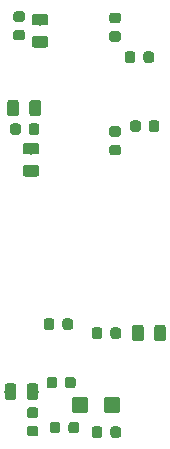
<source format=gbr>
G04 #@! TF.GenerationSoftware,KiCad,Pcbnew,(5.0.2)-1*
G04 #@! TF.CreationDate,2019-02-01T15:19:08+01:00*
G04 #@! TF.ProjectId,hac,6861632e-6b69-4636-9164-5f7063625858,rev?*
G04 #@! TF.SameCoordinates,Original*
G04 #@! TF.FileFunction,Paste,Bot*
G04 #@! TF.FilePolarity,Positive*
%FSLAX46Y46*%
G04 Gerber Fmt 4.6, Leading zero omitted, Abs format (unit mm)*
G04 Created by KiCad (PCBNEW (5.0.2)-1) date 2/1/2019 3:19:08 PM*
%MOMM*%
%LPD*%
G01*
G04 APERTURE LIST*
%ADD10C,0.100000*%
%ADD11C,0.875000*%
%ADD12C,0.975000*%
%ADD13C,1.350000*%
G04 APERTURE END LIST*
D10*
G04 #@! TO.C,C30*
G36*
X158964691Y-111921053D02*
X158985926Y-111924203D01*
X159006750Y-111929419D01*
X159026962Y-111936651D01*
X159046368Y-111945830D01*
X159064781Y-111956866D01*
X159082024Y-111969654D01*
X159097930Y-111984070D01*
X159112346Y-111999976D01*
X159125134Y-112017219D01*
X159136170Y-112035632D01*
X159145349Y-112055038D01*
X159152581Y-112075250D01*
X159157797Y-112096074D01*
X159160947Y-112117309D01*
X159162000Y-112138750D01*
X159162000Y-112651250D01*
X159160947Y-112672691D01*
X159157797Y-112693926D01*
X159152581Y-112714750D01*
X159145349Y-112734962D01*
X159136170Y-112754368D01*
X159125134Y-112772781D01*
X159112346Y-112790024D01*
X159097930Y-112805930D01*
X159082024Y-112820346D01*
X159064781Y-112833134D01*
X159046368Y-112844170D01*
X159026962Y-112853349D01*
X159006750Y-112860581D01*
X158985926Y-112865797D01*
X158964691Y-112868947D01*
X158943250Y-112870000D01*
X158505750Y-112870000D01*
X158484309Y-112868947D01*
X158463074Y-112865797D01*
X158442250Y-112860581D01*
X158422038Y-112853349D01*
X158402632Y-112844170D01*
X158384219Y-112833134D01*
X158366976Y-112820346D01*
X158351070Y-112805930D01*
X158336654Y-112790024D01*
X158323866Y-112772781D01*
X158312830Y-112754368D01*
X158303651Y-112734962D01*
X158296419Y-112714750D01*
X158291203Y-112693926D01*
X158288053Y-112672691D01*
X158287000Y-112651250D01*
X158287000Y-112138750D01*
X158288053Y-112117309D01*
X158291203Y-112096074D01*
X158296419Y-112075250D01*
X158303651Y-112055038D01*
X158312830Y-112035632D01*
X158323866Y-112017219D01*
X158336654Y-111999976D01*
X158351070Y-111984070D01*
X158366976Y-111969654D01*
X158384219Y-111956866D01*
X158402632Y-111945830D01*
X158422038Y-111936651D01*
X158442250Y-111929419D01*
X158463074Y-111924203D01*
X158484309Y-111921053D01*
X158505750Y-111920000D01*
X158943250Y-111920000D01*
X158964691Y-111921053D01*
X158964691Y-111921053D01*
G37*
D11*
X158724500Y-112395000D03*
D10*
G36*
X160539691Y-111921053D02*
X160560926Y-111924203D01*
X160581750Y-111929419D01*
X160601962Y-111936651D01*
X160621368Y-111945830D01*
X160639781Y-111956866D01*
X160657024Y-111969654D01*
X160672930Y-111984070D01*
X160687346Y-111999976D01*
X160700134Y-112017219D01*
X160711170Y-112035632D01*
X160720349Y-112055038D01*
X160727581Y-112075250D01*
X160732797Y-112096074D01*
X160735947Y-112117309D01*
X160737000Y-112138750D01*
X160737000Y-112651250D01*
X160735947Y-112672691D01*
X160732797Y-112693926D01*
X160727581Y-112714750D01*
X160720349Y-112734962D01*
X160711170Y-112754368D01*
X160700134Y-112772781D01*
X160687346Y-112790024D01*
X160672930Y-112805930D01*
X160657024Y-112820346D01*
X160639781Y-112833134D01*
X160621368Y-112844170D01*
X160601962Y-112853349D01*
X160581750Y-112860581D01*
X160560926Y-112865797D01*
X160539691Y-112868947D01*
X160518250Y-112870000D01*
X160080750Y-112870000D01*
X160059309Y-112868947D01*
X160038074Y-112865797D01*
X160017250Y-112860581D01*
X159997038Y-112853349D01*
X159977632Y-112844170D01*
X159959219Y-112833134D01*
X159941976Y-112820346D01*
X159926070Y-112805930D01*
X159911654Y-112790024D01*
X159898866Y-112772781D01*
X159887830Y-112754368D01*
X159878651Y-112734962D01*
X159871419Y-112714750D01*
X159866203Y-112693926D01*
X159863053Y-112672691D01*
X159862000Y-112651250D01*
X159862000Y-112138750D01*
X159863053Y-112117309D01*
X159866203Y-112096074D01*
X159871419Y-112075250D01*
X159878651Y-112055038D01*
X159887830Y-112035632D01*
X159898866Y-112017219D01*
X159911654Y-111999976D01*
X159926070Y-111984070D01*
X159941976Y-111969654D01*
X159959219Y-111956866D01*
X159977632Y-111945830D01*
X159997038Y-111936651D01*
X160017250Y-111929419D01*
X160038074Y-111924203D01*
X160059309Y-111921053D01*
X160080750Y-111920000D01*
X160518250Y-111920000D01*
X160539691Y-111921053D01*
X160539691Y-111921053D01*
G37*
D11*
X160299500Y-112395000D03*
G04 #@! TD*
D10*
G04 #@! TO.C,R31*
G36*
X157376691Y-116073553D02*
X157397926Y-116076703D01*
X157418750Y-116081919D01*
X157438962Y-116089151D01*
X157458368Y-116098330D01*
X157476781Y-116109366D01*
X157494024Y-116122154D01*
X157509930Y-116136570D01*
X157524346Y-116152476D01*
X157537134Y-116169719D01*
X157548170Y-116188132D01*
X157557349Y-116207538D01*
X157564581Y-116227750D01*
X157569797Y-116248574D01*
X157572947Y-116269809D01*
X157574000Y-116291250D01*
X157574000Y-116728750D01*
X157572947Y-116750191D01*
X157569797Y-116771426D01*
X157564581Y-116792250D01*
X157557349Y-116812462D01*
X157548170Y-116831868D01*
X157537134Y-116850281D01*
X157524346Y-116867524D01*
X157509930Y-116883430D01*
X157494024Y-116897846D01*
X157476781Y-116910634D01*
X157458368Y-116921670D01*
X157438962Y-116930849D01*
X157418750Y-116938081D01*
X157397926Y-116943297D01*
X157376691Y-116946447D01*
X157355250Y-116947500D01*
X156842750Y-116947500D01*
X156821309Y-116946447D01*
X156800074Y-116943297D01*
X156779250Y-116938081D01*
X156759038Y-116930849D01*
X156739632Y-116921670D01*
X156721219Y-116910634D01*
X156703976Y-116897846D01*
X156688070Y-116883430D01*
X156673654Y-116867524D01*
X156660866Y-116850281D01*
X156649830Y-116831868D01*
X156640651Y-116812462D01*
X156633419Y-116792250D01*
X156628203Y-116771426D01*
X156625053Y-116750191D01*
X156624000Y-116728750D01*
X156624000Y-116291250D01*
X156625053Y-116269809D01*
X156628203Y-116248574D01*
X156633419Y-116227750D01*
X156640651Y-116207538D01*
X156649830Y-116188132D01*
X156660866Y-116169719D01*
X156673654Y-116152476D01*
X156688070Y-116136570D01*
X156703976Y-116122154D01*
X156721219Y-116109366D01*
X156739632Y-116098330D01*
X156759038Y-116089151D01*
X156779250Y-116081919D01*
X156800074Y-116076703D01*
X156821309Y-116073553D01*
X156842750Y-116072500D01*
X157355250Y-116072500D01*
X157376691Y-116073553D01*
X157376691Y-116073553D01*
G37*
D11*
X157099000Y-116510000D03*
D10*
G36*
X157376691Y-114498553D02*
X157397926Y-114501703D01*
X157418750Y-114506919D01*
X157438962Y-114514151D01*
X157458368Y-114523330D01*
X157476781Y-114534366D01*
X157494024Y-114547154D01*
X157509930Y-114561570D01*
X157524346Y-114577476D01*
X157537134Y-114594719D01*
X157548170Y-114613132D01*
X157557349Y-114632538D01*
X157564581Y-114652750D01*
X157569797Y-114673574D01*
X157572947Y-114694809D01*
X157574000Y-114716250D01*
X157574000Y-115153750D01*
X157572947Y-115175191D01*
X157569797Y-115196426D01*
X157564581Y-115217250D01*
X157557349Y-115237462D01*
X157548170Y-115256868D01*
X157537134Y-115275281D01*
X157524346Y-115292524D01*
X157509930Y-115308430D01*
X157494024Y-115322846D01*
X157476781Y-115335634D01*
X157458368Y-115346670D01*
X157438962Y-115355849D01*
X157418750Y-115363081D01*
X157397926Y-115368297D01*
X157376691Y-115371447D01*
X157355250Y-115372500D01*
X156842750Y-115372500D01*
X156821309Y-115371447D01*
X156800074Y-115368297D01*
X156779250Y-115363081D01*
X156759038Y-115355849D01*
X156739632Y-115346670D01*
X156721219Y-115335634D01*
X156703976Y-115322846D01*
X156688070Y-115308430D01*
X156673654Y-115292524D01*
X156660866Y-115275281D01*
X156649830Y-115256868D01*
X156640651Y-115237462D01*
X156633419Y-115217250D01*
X156628203Y-115196426D01*
X156625053Y-115175191D01*
X156624000Y-115153750D01*
X156624000Y-114716250D01*
X156625053Y-114694809D01*
X156628203Y-114673574D01*
X156633419Y-114652750D01*
X156640651Y-114632538D01*
X156649830Y-114613132D01*
X156660866Y-114594719D01*
X156673654Y-114577476D01*
X156688070Y-114561570D01*
X156703976Y-114547154D01*
X156721219Y-114534366D01*
X156739632Y-114523330D01*
X156759038Y-114514151D01*
X156779250Y-114506919D01*
X156800074Y-114501703D01*
X156821309Y-114498553D01*
X156842750Y-114497500D01*
X157355250Y-114497500D01*
X157376691Y-114498553D01*
X157376691Y-114498553D01*
G37*
D11*
X157099000Y-114935000D03*
G04 #@! TD*
D10*
G04 #@! TO.C,C13*
G36*
X164361691Y-82647053D02*
X164382926Y-82650203D01*
X164403750Y-82655419D01*
X164423962Y-82662651D01*
X164443368Y-82671830D01*
X164461781Y-82682866D01*
X164479024Y-82695654D01*
X164494930Y-82710070D01*
X164509346Y-82725976D01*
X164522134Y-82743219D01*
X164533170Y-82761632D01*
X164542349Y-82781038D01*
X164549581Y-82801250D01*
X164554797Y-82822074D01*
X164557947Y-82843309D01*
X164559000Y-82864750D01*
X164559000Y-83302250D01*
X164557947Y-83323691D01*
X164554797Y-83344926D01*
X164549581Y-83365750D01*
X164542349Y-83385962D01*
X164533170Y-83405368D01*
X164522134Y-83423781D01*
X164509346Y-83441024D01*
X164494930Y-83456930D01*
X164479024Y-83471346D01*
X164461781Y-83484134D01*
X164443368Y-83495170D01*
X164423962Y-83504349D01*
X164403750Y-83511581D01*
X164382926Y-83516797D01*
X164361691Y-83519947D01*
X164340250Y-83521000D01*
X163827750Y-83521000D01*
X163806309Y-83519947D01*
X163785074Y-83516797D01*
X163764250Y-83511581D01*
X163744038Y-83504349D01*
X163724632Y-83495170D01*
X163706219Y-83484134D01*
X163688976Y-83471346D01*
X163673070Y-83456930D01*
X163658654Y-83441024D01*
X163645866Y-83423781D01*
X163634830Y-83405368D01*
X163625651Y-83385962D01*
X163618419Y-83365750D01*
X163613203Y-83344926D01*
X163610053Y-83323691D01*
X163609000Y-83302250D01*
X163609000Y-82864750D01*
X163610053Y-82843309D01*
X163613203Y-82822074D01*
X163618419Y-82801250D01*
X163625651Y-82781038D01*
X163634830Y-82761632D01*
X163645866Y-82743219D01*
X163658654Y-82725976D01*
X163673070Y-82710070D01*
X163688976Y-82695654D01*
X163706219Y-82682866D01*
X163724632Y-82671830D01*
X163744038Y-82662651D01*
X163764250Y-82655419D01*
X163785074Y-82650203D01*
X163806309Y-82647053D01*
X163827750Y-82646000D01*
X164340250Y-82646000D01*
X164361691Y-82647053D01*
X164361691Y-82647053D01*
G37*
D11*
X164084000Y-83083500D03*
D10*
G36*
X164361691Y-81072053D02*
X164382926Y-81075203D01*
X164403750Y-81080419D01*
X164423962Y-81087651D01*
X164443368Y-81096830D01*
X164461781Y-81107866D01*
X164479024Y-81120654D01*
X164494930Y-81135070D01*
X164509346Y-81150976D01*
X164522134Y-81168219D01*
X164533170Y-81186632D01*
X164542349Y-81206038D01*
X164549581Y-81226250D01*
X164554797Y-81247074D01*
X164557947Y-81268309D01*
X164559000Y-81289750D01*
X164559000Y-81727250D01*
X164557947Y-81748691D01*
X164554797Y-81769926D01*
X164549581Y-81790750D01*
X164542349Y-81810962D01*
X164533170Y-81830368D01*
X164522134Y-81848781D01*
X164509346Y-81866024D01*
X164494930Y-81881930D01*
X164479024Y-81896346D01*
X164461781Y-81909134D01*
X164443368Y-81920170D01*
X164423962Y-81929349D01*
X164403750Y-81936581D01*
X164382926Y-81941797D01*
X164361691Y-81944947D01*
X164340250Y-81946000D01*
X163827750Y-81946000D01*
X163806309Y-81944947D01*
X163785074Y-81941797D01*
X163764250Y-81936581D01*
X163744038Y-81929349D01*
X163724632Y-81920170D01*
X163706219Y-81909134D01*
X163688976Y-81896346D01*
X163673070Y-81881930D01*
X163658654Y-81866024D01*
X163645866Y-81848781D01*
X163634830Y-81830368D01*
X163625651Y-81810962D01*
X163618419Y-81790750D01*
X163613203Y-81769926D01*
X163610053Y-81748691D01*
X163609000Y-81727250D01*
X163609000Y-81289750D01*
X163610053Y-81268309D01*
X163613203Y-81247074D01*
X163618419Y-81226250D01*
X163625651Y-81206038D01*
X163634830Y-81186632D01*
X163645866Y-81168219D01*
X163658654Y-81150976D01*
X163673070Y-81135070D01*
X163688976Y-81120654D01*
X163706219Y-81107866D01*
X163724632Y-81096830D01*
X163744038Y-81087651D01*
X163764250Y-81080419D01*
X163785074Y-81075203D01*
X163806309Y-81072053D01*
X163827750Y-81071000D01*
X164340250Y-81071000D01*
X164361691Y-81072053D01*
X164361691Y-81072053D01*
G37*
D11*
X164084000Y-81508500D03*
G04 #@! TD*
D10*
G04 #@! TO.C,C12*
G36*
X164361691Y-90698553D02*
X164382926Y-90701703D01*
X164403750Y-90706919D01*
X164423962Y-90714151D01*
X164443368Y-90723330D01*
X164461781Y-90734366D01*
X164479024Y-90747154D01*
X164494930Y-90761570D01*
X164509346Y-90777476D01*
X164522134Y-90794719D01*
X164533170Y-90813132D01*
X164542349Y-90832538D01*
X164549581Y-90852750D01*
X164554797Y-90873574D01*
X164557947Y-90894809D01*
X164559000Y-90916250D01*
X164559000Y-91353750D01*
X164557947Y-91375191D01*
X164554797Y-91396426D01*
X164549581Y-91417250D01*
X164542349Y-91437462D01*
X164533170Y-91456868D01*
X164522134Y-91475281D01*
X164509346Y-91492524D01*
X164494930Y-91508430D01*
X164479024Y-91522846D01*
X164461781Y-91535634D01*
X164443368Y-91546670D01*
X164423962Y-91555849D01*
X164403750Y-91563081D01*
X164382926Y-91568297D01*
X164361691Y-91571447D01*
X164340250Y-91572500D01*
X163827750Y-91572500D01*
X163806309Y-91571447D01*
X163785074Y-91568297D01*
X163764250Y-91563081D01*
X163744038Y-91555849D01*
X163724632Y-91546670D01*
X163706219Y-91535634D01*
X163688976Y-91522846D01*
X163673070Y-91508430D01*
X163658654Y-91492524D01*
X163645866Y-91475281D01*
X163634830Y-91456868D01*
X163625651Y-91437462D01*
X163618419Y-91417250D01*
X163613203Y-91396426D01*
X163610053Y-91375191D01*
X163609000Y-91353750D01*
X163609000Y-90916250D01*
X163610053Y-90894809D01*
X163613203Y-90873574D01*
X163618419Y-90852750D01*
X163625651Y-90832538D01*
X163634830Y-90813132D01*
X163645866Y-90794719D01*
X163658654Y-90777476D01*
X163673070Y-90761570D01*
X163688976Y-90747154D01*
X163706219Y-90734366D01*
X163724632Y-90723330D01*
X163744038Y-90714151D01*
X163764250Y-90706919D01*
X163785074Y-90701703D01*
X163806309Y-90698553D01*
X163827750Y-90697500D01*
X164340250Y-90697500D01*
X164361691Y-90698553D01*
X164361691Y-90698553D01*
G37*
D11*
X164084000Y-91135000D03*
D10*
G36*
X164361691Y-92273553D02*
X164382926Y-92276703D01*
X164403750Y-92281919D01*
X164423962Y-92289151D01*
X164443368Y-92298330D01*
X164461781Y-92309366D01*
X164479024Y-92322154D01*
X164494930Y-92336570D01*
X164509346Y-92352476D01*
X164522134Y-92369719D01*
X164533170Y-92388132D01*
X164542349Y-92407538D01*
X164549581Y-92427750D01*
X164554797Y-92448574D01*
X164557947Y-92469809D01*
X164559000Y-92491250D01*
X164559000Y-92928750D01*
X164557947Y-92950191D01*
X164554797Y-92971426D01*
X164549581Y-92992250D01*
X164542349Y-93012462D01*
X164533170Y-93031868D01*
X164522134Y-93050281D01*
X164509346Y-93067524D01*
X164494930Y-93083430D01*
X164479024Y-93097846D01*
X164461781Y-93110634D01*
X164443368Y-93121670D01*
X164423962Y-93130849D01*
X164403750Y-93138081D01*
X164382926Y-93143297D01*
X164361691Y-93146447D01*
X164340250Y-93147500D01*
X163827750Y-93147500D01*
X163806309Y-93146447D01*
X163785074Y-93143297D01*
X163764250Y-93138081D01*
X163744038Y-93130849D01*
X163724632Y-93121670D01*
X163706219Y-93110634D01*
X163688976Y-93097846D01*
X163673070Y-93083430D01*
X163658654Y-93067524D01*
X163645866Y-93050281D01*
X163634830Y-93031868D01*
X163625651Y-93012462D01*
X163618419Y-92992250D01*
X163613203Y-92971426D01*
X163610053Y-92950191D01*
X163609000Y-92928750D01*
X163609000Y-92491250D01*
X163610053Y-92469809D01*
X163613203Y-92448574D01*
X163618419Y-92427750D01*
X163625651Y-92407538D01*
X163634830Y-92388132D01*
X163645866Y-92369719D01*
X163658654Y-92352476D01*
X163673070Y-92336570D01*
X163688976Y-92322154D01*
X163706219Y-92309366D01*
X163724632Y-92298330D01*
X163744038Y-92289151D01*
X163764250Y-92281919D01*
X163785074Y-92276703D01*
X163806309Y-92273553D01*
X163827750Y-92272500D01*
X164340250Y-92272500D01*
X164361691Y-92273553D01*
X164361691Y-92273553D01*
G37*
D11*
X164084000Y-92710000D03*
G04 #@! TD*
D10*
G04 #@! TO.C,C9*
G36*
X156233691Y-80970553D02*
X156254926Y-80973703D01*
X156275750Y-80978919D01*
X156295962Y-80986151D01*
X156315368Y-80995330D01*
X156333781Y-81006366D01*
X156351024Y-81019154D01*
X156366930Y-81033570D01*
X156381346Y-81049476D01*
X156394134Y-81066719D01*
X156405170Y-81085132D01*
X156414349Y-81104538D01*
X156421581Y-81124750D01*
X156426797Y-81145574D01*
X156429947Y-81166809D01*
X156431000Y-81188250D01*
X156431000Y-81625750D01*
X156429947Y-81647191D01*
X156426797Y-81668426D01*
X156421581Y-81689250D01*
X156414349Y-81709462D01*
X156405170Y-81728868D01*
X156394134Y-81747281D01*
X156381346Y-81764524D01*
X156366930Y-81780430D01*
X156351024Y-81794846D01*
X156333781Y-81807634D01*
X156315368Y-81818670D01*
X156295962Y-81827849D01*
X156275750Y-81835081D01*
X156254926Y-81840297D01*
X156233691Y-81843447D01*
X156212250Y-81844500D01*
X155699750Y-81844500D01*
X155678309Y-81843447D01*
X155657074Y-81840297D01*
X155636250Y-81835081D01*
X155616038Y-81827849D01*
X155596632Y-81818670D01*
X155578219Y-81807634D01*
X155560976Y-81794846D01*
X155545070Y-81780430D01*
X155530654Y-81764524D01*
X155517866Y-81747281D01*
X155506830Y-81728868D01*
X155497651Y-81709462D01*
X155490419Y-81689250D01*
X155485203Y-81668426D01*
X155482053Y-81647191D01*
X155481000Y-81625750D01*
X155481000Y-81188250D01*
X155482053Y-81166809D01*
X155485203Y-81145574D01*
X155490419Y-81124750D01*
X155497651Y-81104538D01*
X155506830Y-81085132D01*
X155517866Y-81066719D01*
X155530654Y-81049476D01*
X155545070Y-81033570D01*
X155560976Y-81019154D01*
X155578219Y-81006366D01*
X155596632Y-80995330D01*
X155616038Y-80986151D01*
X155636250Y-80978919D01*
X155657074Y-80973703D01*
X155678309Y-80970553D01*
X155699750Y-80969500D01*
X156212250Y-80969500D01*
X156233691Y-80970553D01*
X156233691Y-80970553D01*
G37*
D11*
X155956000Y-81407000D03*
D10*
G36*
X156233691Y-82545553D02*
X156254926Y-82548703D01*
X156275750Y-82553919D01*
X156295962Y-82561151D01*
X156315368Y-82570330D01*
X156333781Y-82581366D01*
X156351024Y-82594154D01*
X156366930Y-82608570D01*
X156381346Y-82624476D01*
X156394134Y-82641719D01*
X156405170Y-82660132D01*
X156414349Y-82679538D01*
X156421581Y-82699750D01*
X156426797Y-82720574D01*
X156429947Y-82741809D01*
X156431000Y-82763250D01*
X156431000Y-83200750D01*
X156429947Y-83222191D01*
X156426797Y-83243426D01*
X156421581Y-83264250D01*
X156414349Y-83284462D01*
X156405170Y-83303868D01*
X156394134Y-83322281D01*
X156381346Y-83339524D01*
X156366930Y-83355430D01*
X156351024Y-83369846D01*
X156333781Y-83382634D01*
X156315368Y-83393670D01*
X156295962Y-83402849D01*
X156275750Y-83410081D01*
X156254926Y-83415297D01*
X156233691Y-83418447D01*
X156212250Y-83419500D01*
X155699750Y-83419500D01*
X155678309Y-83418447D01*
X155657074Y-83415297D01*
X155636250Y-83410081D01*
X155616038Y-83402849D01*
X155596632Y-83393670D01*
X155578219Y-83382634D01*
X155560976Y-83369846D01*
X155545070Y-83355430D01*
X155530654Y-83339524D01*
X155517866Y-83322281D01*
X155506830Y-83303868D01*
X155497651Y-83284462D01*
X155490419Y-83264250D01*
X155485203Y-83243426D01*
X155482053Y-83222191D01*
X155481000Y-83200750D01*
X155481000Y-82763250D01*
X155482053Y-82741809D01*
X155485203Y-82720574D01*
X155490419Y-82699750D01*
X155497651Y-82679538D01*
X155506830Y-82660132D01*
X155517866Y-82641719D01*
X155530654Y-82624476D01*
X155545070Y-82608570D01*
X155560976Y-82594154D01*
X155578219Y-82581366D01*
X155596632Y-82570330D01*
X155616038Y-82561151D01*
X155636250Y-82553919D01*
X155657074Y-82548703D01*
X155678309Y-82545553D01*
X155699750Y-82544500D01*
X156212250Y-82544500D01*
X156233691Y-82545553D01*
X156233691Y-82545553D01*
G37*
D11*
X155956000Y-82982000D03*
G04 #@! TD*
D10*
G04 #@! TO.C,C14*
G36*
X167169191Y-84362053D02*
X167190426Y-84365203D01*
X167211250Y-84370419D01*
X167231462Y-84377651D01*
X167250868Y-84386830D01*
X167269281Y-84397866D01*
X167286524Y-84410654D01*
X167302430Y-84425070D01*
X167316846Y-84440976D01*
X167329634Y-84458219D01*
X167340670Y-84476632D01*
X167349849Y-84496038D01*
X167357081Y-84516250D01*
X167362297Y-84537074D01*
X167365447Y-84558309D01*
X167366500Y-84579750D01*
X167366500Y-85092250D01*
X167365447Y-85113691D01*
X167362297Y-85134926D01*
X167357081Y-85155750D01*
X167349849Y-85175962D01*
X167340670Y-85195368D01*
X167329634Y-85213781D01*
X167316846Y-85231024D01*
X167302430Y-85246930D01*
X167286524Y-85261346D01*
X167269281Y-85274134D01*
X167250868Y-85285170D01*
X167231462Y-85294349D01*
X167211250Y-85301581D01*
X167190426Y-85306797D01*
X167169191Y-85309947D01*
X167147750Y-85311000D01*
X166710250Y-85311000D01*
X166688809Y-85309947D01*
X166667574Y-85306797D01*
X166646750Y-85301581D01*
X166626538Y-85294349D01*
X166607132Y-85285170D01*
X166588719Y-85274134D01*
X166571476Y-85261346D01*
X166555570Y-85246930D01*
X166541154Y-85231024D01*
X166528366Y-85213781D01*
X166517330Y-85195368D01*
X166508151Y-85175962D01*
X166500919Y-85155750D01*
X166495703Y-85134926D01*
X166492553Y-85113691D01*
X166491500Y-85092250D01*
X166491500Y-84579750D01*
X166492553Y-84558309D01*
X166495703Y-84537074D01*
X166500919Y-84516250D01*
X166508151Y-84496038D01*
X166517330Y-84476632D01*
X166528366Y-84458219D01*
X166541154Y-84440976D01*
X166555570Y-84425070D01*
X166571476Y-84410654D01*
X166588719Y-84397866D01*
X166607132Y-84386830D01*
X166626538Y-84377651D01*
X166646750Y-84370419D01*
X166667574Y-84365203D01*
X166688809Y-84362053D01*
X166710250Y-84361000D01*
X167147750Y-84361000D01*
X167169191Y-84362053D01*
X167169191Y-84362053D01*
G37*
D11*
X166929000Y-84836000D03*
D10*
G36*
X165594191Y-84362053D02*
X165615426Y-84365203D01*
X165636250Y-84370419D01*
X165656462Y-84377651D01*
X165675868Y-84386830D01*
X165694281Y-84397866D01*
X165711524Y-84410654D01*
X165727430Y-84425070D01*
X165741846Y-84440976D01*
X165754634Y-84458219D01*
X165765670Y-84476632D01*
X165774849Y-84496038D01*
X165782081Y-84516250D01*
X165787297Y-84537074D01*
X165790447Y-84558309D01*
X165791500Y-84579750D01*
X165791500Y-85092250D01*
X165790447Y-85113691D01*
X165787297Y-85134926D01*
X165782081Y-85155750D01*
X165774849Y-85175962D01*
X165765670Y-85195368D01*
X165754634Y-85213781D01*
X165741846Y-85231024D01*
X165727430Y-85246930D01*
X165711524Y-85261346D01*
X165694281Y-85274134D01*
X165675868Y-85285170D01*
X165656462Y-85294349D01*
X165636250Y-85301581D01*
X165615426Y-85306797D01*
X165594191Y-85309947D01*
X165572750Y-85311000D01*
X165135250Y-85311000D01*
X165113809Y-85309947D01*
X165092574Y-85306797D01*
X165071750Y-85301581D01*
X165051538Y-85294349D01*
X165032132Y-85285170D01*
X165013719Y-85274134D01*
X164996476Y-85261346D01*
X164980570Y-85246930D01*
X164966154Y-85231024D01*
X164953366Y-85213781D01*
X164942330Y-85195368D01*
X164933151Y-85175962D01*
X164925919Y-85155750D01*
X164920703Y-85134926D01*
X164917553Y-85113691D01*
X164916500Y-85092250D01*
X164916500Y-84579750D01*
X164917553Y-84558309D01*
X164920703Y-84537074D01*
X164925919Y-84516250D01*
X164933151Y-84496038D01*
X164942330Y-84476632D01*
X164953366Y-84458219D01*
X164966154Y-84440976D01*
X164980570Y-84425070D01*
X164996476Y-84410654D01*
X165013719Y-84397866D01*
X165032132Y-84386830D01*
X165051538Y-84377651D01*
X165071750Y-84370419D01*
X165092574Y-84365203D01*
X165113809Y-84362053D01*
X165135250Y-84361000D01*
X165572750Y-84361000D01*
X165594191Y-84362053D01*
X165594191Y-84362053D01*
G37*
D11*
X165354000Y-84836000D03*
G04 #@! TD*
D10*
G04 #@! TO.C,C15*
G36*
X166051191Y-90204053D02*
X166072426Y-90207203D01*
X166093250Y-90212419D01*
X166113462Y-90219651D01*
X166132868Y-90228830D01*
X166151281Y-90239866D01*
X166168524Y-90252654D01*
X166184430Y-90267070D01*
X166198846Y-90282976D01*
X166211634Y-90300219D01*
X166222670Y-90318632D01*
X166231849Y-90338038D01*
X166239081Y-90358250D01*
X166244297Y-90379074D01*
X166247447Y-90400309D01*
X166248500Y-90421750D01*
X166248500Y-90934250D01*
X166247447Y-90955691D01*
X166244297Y-90976926D01*
X166239081Y-90997750D01*
X166231849Y-91017962D01*
X166222670Y-91037368D01*
X166211634Y-91055781D01*
X166198846Y-91073024D01*
X166184430Y-91088930D01*
X166168524Y-91103346D01*
X166151281Y-91116134D01*
X166132868Y-91127170D01*
X166113462Y-91136349D01*
X166093250Y-91143581D01*
X166072426Y-91148797D01*
X166051191Y-91151947D01*
X166029750Y-91153000D01*
X165592250Y-91153000D01*
X165570809Y-91151947D01*
X165549574Y-91148797D01*
X165528750Y-91143581D01*
X165508538Y-91136349D01*
X165489132Y-91127170D01*
X165470719Y-91116134D01*
X165453476Y-91103346D01*
X165437570Y-91088930D01*
X165423154Y-91073024D01*
X165410366Y-91055781D01*
X165399330Y-91037368D01*
X165390151Y-91017962D01*
X165382919Y-90997750D01*
X165377703Y-90976926D01*
X165374553Y-90955691D01*
X165373500Y-90934250D01*
X165373500Y-90421750D01*
X165374553Y-90400309D01*
X165377703Y-90379074D01*
X165382919Y-90358250D01*
X165390151Y-90338038D01*
X165399330Y-90318632D01*
X165410366Y-90300219D01*
X165423154Y-90282976D01*
X165437570Y-90267070D01*
X165453476Y-90252654D01*
X165470719Y-90239866D01*
X165489132Y-90228830D01*
X165508538Y-90219651D01*
X165528750Y-90212419D01*
X165549574Y-90207203D01*
X165570809Y-90204053D01*
X165592250Y-90203000D01*
X166029750Y-90203000D01*
X166051191Y-90204053D01*
X166051191Y-90204053D01*
G37*
D11*
X165811000Y-90678000D03*
D10*
G36*
X167626191Y-90204053D02*
X167647426Y-90207203D01*
X167668250Y-90212419D01*
X167688462Y-90219651D01*
X167707868Y-90228830D01*
X167726281Y-90239866D01*
X167743524Y-90252654D01*
X167759430Y-90267070D01*
X167773846Y-90282976D01*
X167786634Y-90300219D01*
X167797670Y-90318632D01*
X167806849Y-90338038D01*
X167814081Y-90358250D01*
X167819297Y-90379074D01*
X167822447Y-90400309D01*
X167823500Y-90421750D01*
X167823500Y-90934250D01*
X167822447Y-90955691D01*
X167819297Y-90976926D01*
X167814081Y-90997750D01*
X167806849Y-91017962D01*
X167797670Y-91037368D01*
X167786634Y-91055781D01*
X167773846Y-91073024D01*
X167759430Y-91088930D01*
X167743524Y-91103346D01*
X167726281Y-91116134D01*
X167707868Y-91127170D01*
X167688462Y-91136349D01*
X167668250Y-91143581D01*
X167647426Y-91148797D01*
X167626191Y-91151947D01*
X167604750Y-91153000D01*
X167167250Y-91153000D01*
X167145809Y-91151947D01*
X167124574Y-91148797D01*
X167103750Y-91143581D01*
X167083538Y-91136349D01*
X167064132Y-91127170D01*
X167045719Y-91116134D01*
X167028476Y-91103346D01*
X167012570Y-91088930D01*
X166998154Y-91073024D01*
X166985366Y-91055781D01*
X166974330Y-91037368D01*
X166965151Y-91017962D01*
X166957919Y-90997750D01*
X166952703Y-90976926D01*
X166949553Y-90955691D01*
X166948500Y-90934250D01*
X166948500Y-90421750D01*
X166949553Y-90400309D01*
X166952703Y-90379074D01*
X166957919Y-90358250D01*
X166965151Y-90338038D01*
X166974330Y-90318632D01*
X166985366Y-90300219D01*
X166998154Y-90282976D01*
X167012570Y-90267070D01*
X167028476Y-90252654D01*
X167045719Y-90239866D01*
X167064132Y-90228830D01*
X167083538Y-90219651D01*
X167103750Y-90212419D01*
X167124574Y-90207203D01*
X167145809Y-90204053D01*
X167167250Y-90203000D01*
X167604750Y-90203000D01*
X167626191Y-90204053D01*
X167626191Y-90204053D01*
G37*
D11*
X167386000Y-90678000D03*
G04 #@! TD*
D10*
G04 #@! TO.C,C18*
G36*
X158736191Y-106968053D02*
X158757426Y-106971203D01*
X158778250Y-106976419D01*
X158798462Y-106983651D01*
X158817868Y-106992830D01*
X158836281Y-107003866D01*
X158853524Y-107016654D01*
X158869430Y-107031070D01*
X158883846Y-107046976D01*
X158896634Y-107064219D01*
X158907670Y-107082632D01*
X158916849Y-107102038D01*
X158924081Y-107122250D01*
X158929297Y-107143074D01*
X158932447Y-107164309D01*
X158933500Y-107185750D01*
X158933500Y-107698250D01*
X158932447Y-107719691D01*
X158929297Y-107740926D01*
X158924081Y-107761750D01*
X158916849Y-107781962D01*
X158907670Y-107801368D01*
X158896634Y-107819781D01*
X158883846Y-107837024D01*
X158869430Y-107852930D01*
X158853524Y-107867346D01*
X158836281Y-107880134D01*
X158817868Y-107891170D01*
X158798462Y-107900349D01*
X158778250Y-107907581D01*
X158757426Y-107912797D01*
X158736191Y-107915947D01*
X158714750Y-107917000D01*
X158277250Y-107917000D01*
X158255809Y-107915947D01*
X158234574Y-107912797D01*
X158213750Y-107907581D01*
X158193538Y-107900349D01*
X158174132Y-107891170D01*
X158155719Y-107880134D01*
X158138476Y-107867346D01*
X158122570Y-107852930D01*
X158108154Y-107837024D01*
X158095366Y-107819781D01*
X158084330Y-107801368D01*
X158075151Y-107781962D01*
X158067919Y-107761750D01*
X158062703Y-107740926D01*
X158059553Y-107719691D01*
X158058500Y-107698250D01*
X158058500Y-107185750D01*
X158059553Y-107164309D01*
X158062703Y-107143074D01*
X158067919Y-107122250D01*
X158075151Y-107102038D01*
X158084330Y-107082632D01*
X158095366Y-107064219D01*
X158108154Y-107046976D01*
X158122570Y-107031070D01*
X158138476Y-107016654D01*
X158155719Y-107003866D01*
X158174132Y-106992830D01*
X158193538Y-106983651D01*
X158213750Y-106976419D01*
X158234574Y-106971203D01*
X158255809Y-106968053D01*
X158277250Y-106967000D01*
X158714750Y-106967000D01*
X158736191Y-106968053D01*
X158736191Y-106968053D01*
G37*
D11*
X158496000Y-107442000D03*
D10*
G36*
X160311191Y-106968053D02*
X160332426Y-106971203D01*
X160353250Y-106976419D01*
X160373462Y-106983651D01*
X160392868Y-106992830D01*
X160411281Y-107003866D01*
X160428524Y-107016654D01*
X160444430Y-107031070D01*
X160458846Y-107046976D01*
X160471634Y-107064219D01*
X160482670Y-107082632D01*
X160491849Y-107102038D01*
X160499081Y-107122250D01*
X160504297Y-107143074D01*
X160507447Y-107164309D01*
X160508500Y-107185750D01*
X160508500Y-107698250D01*
X160507447Y-107719691D01*
X160504297Y-107740926D01*
X160499081Y-107761750D01*
X160491849Y-107781962D01*
X160482670Y-107801368D01*
X160471634Y-107819781D01*
X160458846Y-107837024D01*
X160444430Y-107852930D01*
X160428524Y-107867346D01*
X160411281Y-107880134D01*
X160392868Y-107891170D01*
X160373462Y-107900349D01*
X160353250Y-107907581D01*
X160332426Y-107912797D01*
X160311191Y-107915947D01*
X160289750Y-107917000D01*
X159852250Y-107917000D01*
X159830809Y-107915947D01*
X159809574Y-107912797D01*
X159788750Y-107907581D01*
X159768538Y-107900349D01*
X159749132Y-107891170D01*
X159730719Y-107880134D01*
X159713476Y-107867346D01*
X159697570Y-107852930D01*
X159683154Y-107837024D01*
X159670366Y-107819781D01*
X159659330Y-107801368D01*
X159650151Y-107781962D01*
X159642919Y-107761750D01*
X159637703Y-107740926D01*
X159634553Y-107719691D01*
X159633500Y-107698250D01*
X159633500Y-107185750D01*
X159634553Y-107164309D01*
X159637703Y-107143074D01*
X159642919Y-107122250D01*
X159650151Y-107102038D01*
X159659330Y-107082632D01*
X159670366Y-107064219D01*
X159683154Y-107046976D01*
X159697570Y-107031070D01*
X159713476Y-107016654D01*
X159730719Y-107003866D01*
X159749132Y-106992830D01*
X159768538Y-106983651D01*
X159788750Y-106976419D01*
X159809574Y-106971203D01*
X159830809Y-106968053D01*
X159852250Y-106967000D01*
X160289750Y-106967000D01*
X160311191Y-106968053D01*
X160311191Y-106968053D01*
G37*
D11*
X160071000Y-107442000D03*
G04 #@! TD*
D10*
G04 #@! TO.C,C19*
G36*
X162800191Y-107730053D02*
X162821426Y-107733203D01*
X162842250Y-107738419D01*
X162862462Y-107745651D01*
X162881868Y-107754830D01*
X162900281Y-107765866D01*
X162917524Y-107778654D01*
X162933430Y-107793070D01*
X162947846Y-107808976D01*
X162960634Y-107826219D01*
X162971670Y-107844632D01*
X162980849Y-107864038D01*
X162988081Y-107884250D01*
X162993297Y-107905074D01*
X162996447Y-107926309D01*
X162997500Y-107947750D01*
X162997500Y-108460250D01*
X162996447Y-108481691D01*
X162993297Y-108502926D01*
X162988081Y-108523750D01*
X162980849Y-108543962D01*
X162971670Y-108563368D01*
X162960634Y-108581781D01*
X162947846Y-108599024D01*
X162933430Y-108614930D01*
X162917524Y-108629346D01*
X162900281Y-108642134D01*
X162881868Y-108653170D01*
X162862462Y-108662349D01*
X162842250Y-108669581D01*
X162821426Y-108674797D01*
X162800191Y-108677947D01*
X162778750Y-108679000D01*
X162341250Y-108679000D01*
X162319809Y-108677947D01*
X162298574Y-108674797D01*
X162277750Y-108669581D01*
X162257538Y-108662349D01*
X162238132Y-108653170D01*
X162219719Y-108642134D01*
X162202476Y-108629346D01*
X162186570Y-108614930D01*
X162172154Y-108599024D01*
X162159366Y-108581781D01*
X162148330Y-108563368D01*
X162139151Y-108543962D01*
X162131919Y-108523750D01*
X162126703Y-108502926D01*
X162123553Y-108481691D01*
X162122500Y-108460250D01*
X162122500Y-107947750D01*
X162123553Y-107926309D01*
X162126703Y-107905074D01*
X162131919Y-107884250D01*
X162139151Y-107864038D01*
X162148330Y-107844632D01*
X162159366Y-107826219D01*
X162172154Y-107808976D01*
X162186570Y-107793070D01*
X162202476Y-107778654D01*
X162219719Y-107765866D01*
X162238132Y-107754830D01*
X162257538Y-107745651D01*
X162277750Y-107738419D01*
X162298574Y-107733203D01*
X162319809Y-107730053D01*
X162341250Y-107729000D01*
X162778750Y-107729000D01*
X162800191Y-107730053D01*
X162800191Y-107730053D01*
G37*
D11*
X162560000Y-108204000D03*
D10*
G36*
X164375191Y-107730053D02*
X164396426Y-107733203D01*
X164417250Y-107738419D01*
X164437462Y-107745651D01*
X164456868Y-107754830D01*
X164475281Y-107765866D01*
X164492524Y-107778654D01*
X164508430Y-107793070D01*
X164522846Y-107808976D01*
X164535634Y-107826219D01*
X164546670Y-107844632D01*
X164555849Y-107864038D01*
X164563081Y-107884250D01*
X164568297Y-107905074D01*
X164571447Y-107926309D01*
X164572500Y-107947750D01*
X164572500Y-108460250D01*
X164571447Y-108481691D01*
X164568297Y-108502926D01*
X164563081Y-108523750D01*
X164555849Y-108543962D01*
X164546670Y-108563368D01*
X164535634Y-108581781D01*
X164522846Y-108599024D01*
X164508430Y-108614930D01*
X164492524Y-108629346D01*
X164475281Y-108642134D01*
X164456868Y-108653170D01*
X164437462Y-108662349D01*
X164417250Y-108669581D01*
X164396426Y-108674797D01*
X164375191Y-108677947D01*
X164353750Y-108679000D01*
X163916250Y-108679000D01*
X163894809Y-108677947D01*
X163873574Y-108674797D01*
X163852750Y-108669581D01*
X163832538Y-108662349D01*
X163813132Y-108653170D01*
X163794719Y-108642134D01*
X163777476Y-108629346D01*
X163761570Y-108614930D01*
X163747154Y-108599024D01*
X163734366Y-108581781D01*
X163723330Y-108563368D01*
X163714151Y-108543962D01*
X163706919Y-108523750D01*
X163701703Y-108502926D01*
X163698553Y-108481691D01*
X163697500Y-108460250D01*
X163697500Y-107947750D01*
X163698553Y-107926309D01*
X163701703Y-107905074D01*
X163706919Y-107884250D01*
X163714151Y-107864038D01*
X163723330Y-107844632D01*
X163734366Y-107826219D01*
X163747154Y-107808976D01*
X163761570Y-107793070D01*
X163777476Y-107778654D01*
X163794719Y-107765866D01*
X163813132Y-107754830D01*
X163832538Y-107745651D01*
X163852750Y-107738419D01*
X163873574Y-107733203D01*
X163894809Y-107730053D01*
X163916250Y-107729000D01*
X164353750Y-107729000D01*
X164375191Y-107730053D01*
X164375191Y-107730053D01*
G37*
D11*
X164135000Y-108204000D03*
G04 #@! TD*
D10*
G04 #@! TO.C,C22*
G36*
X159244191Y-115731053D02*
X159265426Y-115734203D01*
X159286250Y-115739419D01*
X159306462Y-115746651D01*
X159325868Y-115755830D01*
X159344281Y-115766866D01*
X159361524Y-115779654D01*
X159377430Y-115794070D01*
X159391846Y-115809976D01*
X159404634Y-115827219D01*
X159415670Y-115845632D01*
X159424849Y-115865038D01*
X159432081Y-115885250D01*
X159437297Y-115906074D01*
X159440447Y-115927309D01*
X159441500Y-115948750D01*
X159441500Y-116461250D01*
X159440447Y-116482691D01*
X159437297Y-116503926D01*
X159432081Y-116524750D01*
X159424849Y-116544962D01*
X159415670Y-116564368D01*
X159404634Y-116582781D01*
X159391846Y-116600024D01*
X159377430Y-116615930D01*
X159361524Y-116630346D01*
X159344281Y-116643134D01*
X159325868Y-116654170D01*
X159306462Y-116663349D01*
X159286250Y-116670581D01*
X159265426Y-116675797D01*
X159244191Y-116678947D01*
X159222750Y-116680000D01*
X158785250Y-116680000D01*
X158763809Y-116678947D01*
X158742574Y-116675797D01*
X158721750Y-116670581D01*
X158701538Y-116663349D01*
X158682132Y-116654170D01*
X158663719Y-116643134D01*
X158646476Y-116630346D01*
X158630570Y-116615930D01*
X158616154Y-116600024D01*
X158603366Y-116582781D01*
X158592330Y-116564368D01*
X158583151Y-116544962D01*
X158575919Y-116524750D01*
X158570703Y-116503926D01*
X158567553Y-116482691D01*
X158566500Y-116461250D01*
X158566500Y-115948750D01*
X158567553Y-115927309D01*
X158570703Y-115906074D01*
X158575919Y-115885250D01*
X158583151Y-115865038D01*
X158592330Y-115845632D01*
X158603366Y-115827219D01*
X158616154Y-115809976D01*
X158630570Y-115794070D01*
X158646476Y-115779654D01*
X158663719Y-115766866D01*
X158682132Y-115755830D01*
X158701538Y-115746651D01*
X158721750Y-115739419D01*
X158742574Y-115734203D01*
X158763809Y-115731053D01*
X158785250Y-115730000D01*
X159222750Y-115730000D01*
X159244191Y-115731053D01*
X159244191Y-115731053D01*
G37*
D11*
X159004000Y-116205000D03*
D10*
G36*
X160819191Y-115731053D02*
X160840426Y-115734203D01*
X160861250Y-115739419D01*
X160881462Y-115746651D01*
X160900868Y-115755830D01*
X160919281Y-115766866D01*
X160936524Y-115779654D01*
X160952430Y-115794070D01*
X160966846Y-115809976D01*
X160979634Y-115827219D01*
X160990670Y-115845632D01*
X160999849Y-115865038D01*
X161007081Y-115885250D01*
X161012297Y-115906074D01*
X161015447Y-115927309D01*
X161016500Y-115948750D01*
X161016500Y-116461250D01*
X161015447Y-116482691D01*
X161012297Y-116503926D01*
X161007081Y-116524750D01*
X160999849Y-116544962D01*
X160990670Y-116564368D01*
X160979634Y-116582781D01*
X160966846Y-116600024D01*
X160952430Y-116615930D01*
X160936524Y-116630346D01*
X160919281Y-116643134D01*
X160900868Y-116654170D01*
X160881462Y-116663349D01*
X160861250Y-116670581D01*
X160840426Y-116675797D01*
X160819191Y-116678947D01*
X160797750Y-116680000D01*
X160360250Y-116680000D01*
X160338809Y-116678947D01*
X160317574Y-116675797D01*
X160296750Y-116670581D01*
X160276538Y-116663349D01*
X160257132Y-116654170D01*
X160238719Y-116643134D01*
X160221476Y-116630346D01*
X160205570Y-116615930D01*
X160191154Y-116600024D01*
X160178366Y-116582781D01*
X160167330Y-116564368D01*
X160158151Y-116544962D01*
X160150919Y-116524750D01*
X160145703Y-116503926D01*
X160142553Y-116482691D01*
X160141500Y-116461250D01*
X160141500Y-115948750D01*
X160142553Y-115927309D01*
X160145703Y-115906074D01*
X160150919Y-115885250D01*
X160158151Y-115865038D01*
X160167330Y-115845632D01*
X160178366Y-115827219D01*
X160191154Y-115809976D01*
X160205570Y-115794070D01*
X160221476Y-115779654D01*
X160238719Y-115766866D01*
X160257132Y-115755830D01*
X160276538Y-115746651D01*
X160296750Y-115739419D01*
X160317574Y-115734203D01*
X160338809Y-115731053D01*
X160360250Y-115730000D01*
X160797750Y-115730000D01*
X160819191Y-115731053D01*
X160819191Y-115731053D01*
G37*
D11*
X160579000Y-116205000D03*
G04 #@! TD*
D10*
G04 #@! TO.C,C23*
G36*
X162800191Y-116112053D02*
X162821426Y-116115203D01*
X162842250Y-116120419D01*
X162862462Y-116127651D01*
X162881868Y-116136830D01*
X162900281Y-116147866D01*
X162917524Y-116160654D01*
X162933430Y-116175070D01*
X162947846Y-116190976D01*
X162960634Y-116208219D01*
X162971670Y-116226632D01*
X162980849Y-116246038D01*
X162988081Y-116266250D01*
X162993297Y-116287074D01*
X162996447Y-116308309D01*
X162997500Y-116329750D01*
X162997500Y-116842250D01*
X162996447Y-116863691D01*
X162993297Y-116884926D01*
X162988081Y-116905750D01*
X162980849Y-116925962D01*
X162971670Y-116945368D01*
X162960634Y-116963781D01*
X162947846Y-116981024D01*
X162933430Y-116996930D01*
X162917524Y-117011346D01*
X162900281Y-117024134D01*
X162881868Y-117035170D01*
X162862462Y-117044349D01*
X162842250Y-117051581D01*
X162821426Y-117056797D01*
X162800191Y-117059947D01*
X162778750Y-117061000D01*
X162341250Y-117061000D01*
X162319809Y-117059947D01*
X162298574Y-117056797D01*
X162277750Y-117051581D01*
X162257538Y-117044349D01*
X162238132Y-117035170D01*
X162219719Y-117024134D01*
X162202476Y-117011346D01*
X162186570Y-116996930D01*
X162172154Y-116981024D01*
X162159366Y-116963781D01*
X162148330Y-116945368D01*
X162139151Y-116925962D01*
X162131919Y-116905750D01*
X162126703Y-116884926D01*
X162123553Y-116863691D01*
X162122500Y-116842250D01*
X162122500Y-116329750D01*
X162123553Y-116308309D01*
X162126703Y-116287074D01*
X162131919Y-116266250D01*
X162139151Y-116246038D01*
X162148330Y-116226632D01*
X162159366Y-116208219D01*
X162172154Y-116190976D01*
X162186570Y-116175070D01*
X162202476Y-116160654D01*
X162219719Y-116147866D01*
X162238132Y-116136830D01*
X162257538Y-116127651D01*
X162277750Y-116120419D01*
X162298574Y-116115203D01*
X162319809Y-116112053D01*
X162341250Y-116111000D01*
X162778750Y-116111000D01*
X162800191Y-116112053D01*
X162800191Y-116112053D01*
G37*
D11*
X162560000Y-116586000D03*
D10*
G36*
X164375191Y-116112053D02*
X164396426Y-116115203D01*
X164417250Y-116120419D01*
X164437462Y-116127651D01*
X164456868Y-116136830D01*
X164475281Y-116147866D01*
X164492524Y-116160654D01*
X164508430Y-116175070D01*
X164522846Y-116190976D01*
X164535634Y-116208219D01*
X164546670Y-116226632D01*
X164555849Y-116246038D01*
X164563081Y-116266250D01*
X164568297Y-116287074D01*
X164571447Y-116308309D01*
X164572500Y-116329750D01*
X164572500Y-116842250D01*
X164571447Y-116863691D01*
X164568297Y-116884926D01*
X164563081Y-116905750D01*
X164555849Y-116925962D01*
X164546670Y-116945368D01*
X164535634Y-116963781D01*
X164522846Y-116981024D01*
X164508430Y-116996930D01*
X164492524Y-117011346D01*
X164475281Y-117024134D01*
X164456868Y-117035170D01*
X164437462Y-117044349D01*
X164417250Y-117051581D01*
X164396426Y-117056797D01*
X164375191Y-117059947D01*
X164353750Y-117061000D01*
X163916250Y-117061000D01*
X163894809Y-117059947D01*
X163873574Y-117056797D01*
X163852750Y-117051581D01*
X163832538Y-117044349D01*
X163813132Y-117035170D01*
X163794719Y-117024134D01*
X163777476Y-117011346D01*
X163761570Y-116996930D01*
X163747154Y-116981024D01*
X163734366Y-116963781D01*
X163723330Y-116945368D01*
X163714151Y-116925962D01*
X163706919Y-116905750D01*
X163701703Y-116884926D01*
X163698553Y-116863691D01*
X163697500Y-116842250D01*
X163697500Y-116329750D01*
X163698553Y-116308309D01*
X163701703Y-116287074D01*
X163706919Y-116266250D01*
X163714151Y-116246038D01*
X163723330Y-116226632D01*
X163734366Y-116208219D01*
X163747154Y-116190976D01*
X163761570Y-116175070D01*
X163777476Y-116160654D01*
X163794719Y-116147866D01*
X163813132Y-116136830D01*
X163832538Y-116127651D01*
X163852750Y-116120419D01*
X163873574Y-116115203D01*
X163894809Y-116112053D01*
X163916250Y-116111000D01*
X164353750Y-116111000D01*
X164375191Y-116112053D01*
X164375191Y-116112053D01*
G37*
D11*
X164135000Y-116586000D03*
G04 #@! TD*
D10*
G04 #@! TO.C,C27*
G36*
X155891191Y-90458053D02*
X155912426Y-90461203D01*
X155933250Y-90466419D01*
X155953462Y-90473651D01*
X155972868Y-90482830D01*
X155991281Y-90493866D01*
X156008524Y-90506654D01*
X156024430Y-90521070D01*
X156038846Y-90536976D01*
X156051634Y-90554219D01*
X156062670Y-90572632D01*
X156071849Y-90592038D01*
X156079081Y-90612250D01*
X156084297Y-90633074D01*
X156087447Y-90654309D01*
X156088500Y-90675750D01*
X156088500Y-91188250D01*
X156087447Y-91209691D01*
X156084297Y-91230926D01*
X156079081Y-91251750D01*
X156071849Y-91271962D01*
X156062670Y-91291368D01*
X156051634Y-91309781D01*
X156038846Y-91327024D01*
X156024430Y-91342930D01*
X156008524Y-91357346D01*
X155991281Y-91370134D01*
X155972868Y-91381170D01*
X155953462Y-91390349D01*
X155933250Y-91397581D01*
X155912426Y-91402797D01*
X155891191Y-91405947D01*
X155869750Y-91407000D01*
X155432250Y-91407000D01*
X155410809Y-91405947D01*
X155389574Y-91402797D01*
X155368750Y-91397581D01*
X155348538Y-91390349D01*
X155329132Y-91381170D01*
X155310719Y-91370134D01*
X155293476Y-91357346D01*
X155277570Y-91342930D01*
X155263154Y-91327024D01*
X155250366Y-91309781D01*
X155239330Y-91291368D01*
X155230151Y-91271962D01*
X155222919Y-91251750D01*
X155217703Y-91230926D01*
X155214553Y-91209691D01*
X155213500Y-91188250D01*
X155213500Y-90675750D01*
X155214553Y-90654309D01*
X155217703Y-90633074D01*
X155222919Y-90612250D01*
X155230151Y-90592038D01*
X155239330Y-90572632D01*
X155250366Y-90554219D01*
X155263154Y-90536976D01*
X155277570Y-90521070D01*
X155293476Y-90506654D01*
X155310719Y-90493866D01*
X155329132Y-90482830D01*
X155348538Y-90473651D01*
X155368750Y-90466419D01*
X155389574Y-90461203D01*
X155410809Y-90458053D01*
X155432250Y-90457000D01*
X155869750Y-90457000D01*
X155891191Y-90458053D01*
X155891191Y-90458053D01*
G37*
D11*
X155651000Y-90932000D03*
D10*
G36*
X157466191Y-90458053D02*
X157487426Y-90461203D01*
X157508250Y-90466419D01*
X157528462Y-90473651D01*
X157547868Y-90482830D01*
X157566281Y-90493866D01*
X157583524Y-90506654D01*
X157599430Y-90521070D01*
X157613846Y-90536976D01*
X157626634Y-90554219D01*
X157637670Y-90572632D01*
X157646849Y-90592038D01*
X157654081Y-90612250D01*
X157659297Y-90633074D01*
X157662447Y-90654309D01*
X157663500Y-90675750D01*
X157663500Y-91188250D01*
X157662447Y-91209691D01*
X157659297Y-91230926D01*
X157654081Y-91251750D01*
X157646849Y-91271962D01*
X157637670Y-91291368D01*
X157626634Y-91309781D01*
X157613846Y-91327024D01*
X157599430Y-91342930D01*
X157583524Y-91357346D01*
X157566281Y-91370134D01*
X157547868Y-91381170D01*
X157528462Y-91390349D01*
X157508250Y-91397581D01*
X157487426Y-91402797D01*
X157466191Y-91405947D01*
X157444750Y-91407000D01*
X157007250Y-91407000D01*
X156985809Y-91405947D01*
X156964574Y-91402797D01*
X156943750Y-91397581D01*
X156923538Y-91390349D01*
X156904132Y-91381170D01*
X156885719Y-91370134D01*
X156868476Y-91357346D01*
X156852570Y-91342930D01*
X156838154Y-91327024D01*
X156825366Y-91309781D01*
X156814330Y-91291368D01*
X156805151Y-91271962D01*
X156797919Y-91251750D01*
X156792703Y-91230926D01*
X156789553Y-91209691D01*
X156788500Y-91188250D01*
X156788500Y-90675750D01*
X156789553Y-90654309D01*
X156792703Y-90633074D01*
X156797919Y-90612250D01*
X156805151Y-90592038D01*
X156814330Y-90572632D01*
X156825366Y-90554219D01*
X156838154Y-90536976D01*
X156852570Y-90521070D01*
X156868476Y-90506654D01*
X156885719Y-90493866D01*
X156904132Y-90482830D01*
X156923538Y-90473651D01*
X156943750Y-90466419D01*
X156964574Y-90461203D01*
X156985809Y-90458053D01*
X157007250Y-90457000D01*
X157444750Y-90457000D01*
X157466191Y-90458053D01*
X157466191Y-90458053D01*
G37*
D11*
X157226000Y-90932000D03*
G04 #@! TD*
D10*
G04 #@! TO.C,C8*
G36*
X155715642Y-88455174D02*
X155739303Y-88458684D01*
X155762507Y-88464496D01*
X155785029Y-88472554D01*
X155806653Y-88482782D01*
X155827170Y-88495079D01*
X155846383Y-88509329D01*
X155864107Y-88525393D01*
X155880171Y-88543117D01*
X155894421Y-88562330D01*
X155906718Y-88582847D01*
X155916946Y-88604471D01*
X155925004Y-88626993D01*
X155930816Y-88650197D01*
X155934326Y-88673858D01*
X155935500Y-88697750D01*
X155935500Y-89610250D01*
X155934326Y-89634142D01*
X155930816Y-89657803D01*
X155925004Y-89681007D01*
X155916946Y-89703529D01*
X155906718Y-89725153D01*
X155894421Y-89745670D01*
X155880171Y-89764883D01*
X155864107Y-89782607D01*
X155846383Y-89798671D01*
X155827170Y-89812921D01*
X155806653Y-89825218D01*
X155785029Y-89835446D01*
X155762507Y-89843504D01*
X155739303Y-89849316D01*
X155715642Y-89852826D01*
X155691750Y-89854000D01*
X155204250Y-89854000D01*
X155180358Y-89852826D01*
X155156697Y-89849316D01*
X155133493Y-89843504D01*
X155110971Y-89835446D01*
X155089347Y-89825218D01*
X155068830Y-89812921D01*
X155049617Y-89798671D01*
X155031893Y-89782607D01*
X155015829Y-89764883D01*
X155001579Y-89745670D01*
X154989282Y-89725153D01*
X154979054Y-89703529D01*
X154970996Y-89681007D01*
X154965184Y-89657803D01*
X154961674Y-89634142D01*
X154960500Y-89610250D01*
X154960500Y-88697750D01*
X154961674Y-88673858D01*
X154965184Y-88650197D01*
X154970996Y-88626993D01*
X154979054Y-88604471D01*
X154989282Y-88582847D01*
X155001579Y-88562330D01*
X155015829Y-88543117D01*
X155031893Y-88525393D01*
X155049617Y-88509329D01*
X155068830Y-88495079D01*
X155089347Y-88482782D01*
X155110971Y-88472554D01*
X155133493Y-88464496D01*
X155156697Y-88458684D01*
X155180358Y-88455174D01*
X155204250Y-88454000D01*
X155691750Y-88454000D01*
X155715642Y-88455174D01*
X155715642Y-88455174D01*
G37*
D12*
X155448000Y-89154000D03*
D10*
G36*
X157590642Y-88455174D02*
X157614303Y-88458684D01*
X157637507Y-88464496D01*
X157660029Y-88472554D01*
X157681653Y-88482782D01*
X157702170Y-88495079D01*
X157721383Y-88509329D01*
X157739107Y-88525393D01*
X157755171Y-88543117D01*
X157769421Y-88562330D01*
X157781718Y-88582847D01*
X157791946Y-88604471D01*
X157800004Y-88626993D01*
X157805816Y-88650197D01*
X157809326Y-88673858D01*
X157810500Y-88697750D01*
X157810500Y-89610250D01*
X157809326Y-89634142D01*
X157805816Y-89657803D01*
X157800004Y-89681007D01*
X157791946Y-89703529D01*
X157781718Y-89725153D01*
X157769421Y-89745670D01*
X157755171Y-89764883D01*
X157739107Y-89782607D01*
X157721383Y-89798671D01*
X157702170Y-89812921D01*
X157681653Y-89825218D01*
X157660029Y-89835446D01*
X157637507Y-89843504D01*
X157614303Y-89849316D01*
X157590642Y-89852826D01*
X157566750Y-89854000D01*
X157079250Y-89854000D01*
X157055358Y-89852826D01*
X157031697Y-89849316D01*
X157008493Y-89843504D01*
X156985971Y-89835446D01*
X156964347Y-89825218D01*
X156943830Y-89812921D01*
X156924617Y-89798671D01*
X156906893Y-89782607D01*
X156890829Y-89764883D01*
X156876579Y-89745670D01*
X156864282Y-89725153D01*
X156854054Y-89703529D01*
X156845996Y-89681007D01*
X156840184Y-89657803D01*
X156836674Y-89634142D01*
X156835500Y-89610250D01*
X156835500Y-88697750D01*
X156836674Y-88673858D01*
X156840184Y-88650197D01*
X156845996Y-88626993D01*
X156854054Y-88604471D01*
X156864282Y-88582847D01*
X156876579Y-88562330D01*
X156890829Y-88543117D01*
X156906893Y-88525393D01*
X156924617Y-88509329D01*
X156943830Y-88495079D01*
X156964347Y-88482782D01*
X156985971Y-88472554D01*
X157008493Y-88464496D01*
X157031697Y-88458684D01*
X157055358Y-88455174D01*
X157079250Y-88454000D01*
X157566750Y-88454000D01*
X157590642Y-88455174D01*
X157590642Y-88455174D01*
G37*
D12*
X157323000Y-89154000D03*
G04 #@! TD*
D10*
G04 #@! TO.C,C7*
G36*
X158214142Y-81174674D02*
X158237803Y-81178184D01*
X158261007Y-81183996D01*
X158283529Y-81192054D01*
X158305153Y-81202282D01*
X158325670Y-81214579D01*
X158344883Y-81228829D01*
X158362607Y-81244893D01*
X158378671Y-81262617D01*
X158392921Y-81281830D01*
X158405218Y-81302347D01*
X158415446Y-81323971D01*
X158423504Y-81346493D01*
X158429316Y-81369697D01*
X158432826Y-81393358D01*
X158434000Y-81417250D01*
X158434000Y-81904750D01*
X158432826Y-81928642D01*
X158429316Y-81952303D01*
X158423504Y-81975507D01*
X158415446Y-81998029D01*
X158405218Y-82019653D01*
X158392921Y-82040170D01*
X158378671Y-82059383D01*
X158362607Y-82077107D01*
X158344883Y-82093171D01*
X158325670Y-82107421D01*
X158305153Y-82119718D01*
X158283529Y-82129946D01*
X158261007Y-82138004D01*
X158237803Y-82143816D01*
X158214142Y-82147326D01*
X158190250Y-82148500D01*
X157277750Y-82148500D01*
X157253858Y-82147326D01*
X157230197Y-82143816D01*
X157206993Y-82138004D01*
X157184471Y-82129946D01*
X157162847Y-82119718D01*
X157142330Y-82107421D01*
X157123117Y-82093171D01*
X157105393Y-82077107D01*
X157089329Y-82059383D01*
X157075079Y-82040170D01*
X157062782Y-82019653D01*
X157052554Y-81998029D01*
X157044496Y-81975507D01*
X157038684Y-81952303D01*
X157035174Y-81928642D01*
X157034000Y-81904750D01*
X157034000Y-81417250D01*
X157035174Y-81393358D01*
X157038684Y-81369697D01*
X157044496Y-81346493D01*
X157052554Y-81323971D01*
X157062782Y-81302347D01*
X157075079Y-81281830D01*
X157089329Y-81262617D01*
X157105393Y-81244893D01*
X157123117Y-81228829D01*
X157142330Y-81214579D01*
X157162847Y-81202282D01*
X157184471Y-81192054D01*
X157206993Y-81183996D01*
X157230197Y-81178184D01*
X157253858Y-81174674D01*
X157277750Y-81173500D01*
X158190250Y-81173500D01*
X158214142Y-81174674D01*
X158214142Y-81174674D01*
G37*
D12*
X157734000Y-81661000D03*
D10*
G36*
X158214142Y-83049674D02*
X158237803Y-83053184D01*
X158261007Y-83058996D01*
X158283529Y-83067054D01*
X158305153Y-83077282D01*
X158325670Y-83089579D01*
X158344883Y-83103829D01*
X158362607Y-83119893D01*
X158378671Y-83137617D01*
X158392921Y-83156830D01*
X158405218Y-83177347D01*
X158415446Y-83198971D01*
X158423504Y-83221493D01*
X158429316Y-83244697D01*
X158432826Y-83268358D01*
X158434000Y-83292250D01*
X158434000Y-83779750D01*
X158432826Y-83803642D01*
X158429316Y-83827303D01*
X158423504Y-83850507D01*
X158415446Y-83873029D01*
X158405218Y-83894653D01*
X158392921Y-83915170D01*
X158378671Y-83934383D01*
X158362607Y-83952107D01*
X158344883Y-83968171D01*
X158325670Y-83982421D01*
X158305153Y-83994718D01*
X158283529Y-84004946D01*
X158261007Y-84013004D01*
X158237803Y-84018816D01*
X158214142Y-84022326D01*
X158190250Y-84023500D01*
X157277750Y-84023500D01*
X157253858Y-84022326D01*
X157230197Y-84018816D01*
X157206993Y-84013004D01*
X157184471Y-84004946D01*
X157162847Y-83994718D01*
X157142330Y-83982421D01*
X157123117Y-83968171D01*
X157105393Y-83952107D01*
X157089329Y-83934383D01*
X157075079Y-83915170D01*
X157062782Y-83894653D01*
X157052554Y-83873029D01*
X157044496Y-83850507D01*
X157038684Y-83827303D01*
X157035174Y-83803642D01*
X157034000Y-83779750D01*
X157034000Y-83292250D01*
X157035174Y-83268358D01*
X157038684Y-83244697D01*
X157044496Y-83221493D01*
X157052554Y-83198971D01*
X157062782Y-83177347D01*
X157075079Y-83156830D01*
X157089329Y-83137617D01*
X157105393Y-83119893D01*
X157123117Y-83103829D01*
X157142330Y-83089579D01*
X157162847Y-83077282D01*
X157184471Y-83067054D01*
X157206993Y-83058996D01*
X157230197Y-83053184D01*
X157253858Y-83049674D01*
X157277750Y-83048500D01*
X158190250Y-83048500D01*
X158214142Y-83049674D01*
X158214142Y-83049674D01*
G37*
D12*
X157734000Y-83536000D03*
G04 #@! TD*
D10*
G04 #@! TO.C,C26*
G36*
X164304505Y-113626204D02*
X164328773Y-113629804D01*
X164352572Y-113635765D01*
X164375671Y-113644030D01*
X164397850Y-113654520D01*
X164418893Y-113667132D01*
X164438599Y-113681747D01*
X164456777Y-113698223D01*
X164473253Y-113716401D01*
X164487868Y-113736107D01*
X164500480Y-113757150D01*
X164510970Y-113779329D01*
X164519235Y-113802428D01*
X164525196Y-113826227D01*
X164528796Y-113850495D01*
X164530000Y-113874999D01*
X164530000Y-114725001D01*
X164528796Y-114749505D01*
X164525196Y-114773773D01*
X164519235Y-114797572D01*
X164510970Y-114820671D01*
X164500480Y-114842850D01*
X164487868Y-114863893D01*
X164473253Y-114883599D01*
X164456777Y-114901777D01*
X164438599Y-114918253D01*
X164418893Y-114932868D01*
X164397850Y-114945480D01*
X164375671Y-114955970D01*
X164352572Y-114964235D01*
X164328773Y-114970196D01*
X164304505Y-114973796D01*
X164280001Y-114975000D01*
X163379999Y-114975000D01*
X163355495Y-114973796D01*
X163331227Y-114970196D01*
X163307428Y-114964235D01*
X163284329Y-114955970D01*
X163262150Y-114945480D01*
X163241107Y-114932868D01*
X163221401Y-114918253D01*
X163203223Y-114901777D01*
X163186747Y-114883599D01*
X163172132Y-114863893D01*
X163159520Y-114842850D01*
X163149030Y-114820671D01*
X163140765Y-114797572D01*
X163134804Y-114773773D01*
X163131204Y-114749505D01*
X163130000Y-114725001D01*
X163130000Y-113874999D01*
X163131204Y-113850495D01*
X163134804Y-113826227D01*
X163140765Y-113802428D01*
X163149030Y-113779329D01*
X163159520Y-113757150D01*
X163172132Y-113736107D01*
X163186747Y-113716401D01*
X163203223Y-113698223D01*
X163221401Y-113681747D01*
X163241107Y-113667132D01*
X163262150Y-113654520D01*
X163284329Y-113644030D01*
X163307428Y-113635765D01*
X163331227Y-113629804D01*
X163355495Y-113626204D01*
X163379999Y-113625000D01*
X164280001Y-113625000D01*
X164304505Y-113626204D01*
X164304505Y-113626204D01*
G37*
D13*
X163830000Y-114300000D03*
D10*
G36*
X161604505Y-113626204D02*
X161628773Y-113629804D01*
X161652572Y-113635765D01*
X161675671Y-113644030D01*
X161697850Y-113654520D01*
X161718893Y-113667132D01*
X161738599Y-113681747D01*
X161756777Y-113698223D01*
X161773253Y-113716401D01*
X161787868Y-113736107D01*
X161800480Y-113757150D01*
X161810970Y-113779329D01*
X161819235Y-113802428D01*
X161825196Y-113826227D01*
X161828796Y-113850495D01*
X161830000Y-113874999D01*
X161830000Y-114725001D01*
X161828796Y-114749505D01*
X161825196Y-114773773D01*
X161819235Y-114797572D01*
X161810970Y-114820671D01*
X161800480Y-114842850D01*
X161787868Y-114863893D01*
X161773253Y-114883599D01*
X161756777Y-114901777D01*
X161738599Y-114918253D01*
X161718893Y-114932868D01*
X161697850Y-114945480D01*
X161675671Y-114955970D01*
X161652572Y-114964235D01*
X161628773Y-114970196D01*
X161604505Y-114973796D01*
X161580001Y-114975000D01*
X160679999Y-114975000D01*
X160655495Y-114973796D01*
X160631227Y-114970196D01*
X160607428Y-114964235D01*
X160584329Y-114955970D01*
X160562150Y-114945480D01*
X160541107Y-114932868D01*
X160521401Y-114918253D01*
X160503223Y-114901777D01*
X160486747Y-114883599D01*
X160472132Y-114863893D01*
X160459520Y-114842850D01*
X160449030Y-114820671D01*
X160440765Y-114797572D01*
X160434804Y-114773773D01*
X160431204Y-114749505D01*
X160430000Y-114725001D01*
X160430000Y-113874999D01*
X160431204Y-113850495D01*
X160434804Y-113826227D01*
X160440765Y-113802428D01*
X160449030Y-113779329D01*
X160459520Y-113757150D01*
X160472132Y-113736107D01*
X160486747Y-113716401D01*
X160503223Y-113698223D01*
X160521401Y-113681747D01*
X160541107Y-113667132D01*
X160562150Y-113654520D01*
X160584329Y-113644030D01*
X160607428Y-113635765D01*
X160631227Y-113629804D01*
X160655495Y-113626204D01*
X160679999Y-113625000D01*
X161580001Y-113625000D01*
X161604505Y-113626204D01*
X161604505Y-113626204D01*
G37*
D13*
X161130000Y-114300000D03*
G04 #@! TD*
D10*
G04 #@! TO.C,L5*
G36*
X155491642Y-112458174D02*
X155515303Y-112461684D01*
X155538507Y-112467496D01*
X155561029Y-112475554D01*
X155582653Y-112485782D01*
X155603170Y-112498079D01*
X155622383Y-112512329D01*
X155640107Y-112528393D01*
X155656171Y-112546117D01*
X155670421Y-112565330D01*
X155682718Y-112585847D01*
X155692946Y-112607471D01*
X155701004Y-112629993D01*
X155706816Y-112653197D01*
X155710326Y-112676858D01*
X155711500Y-112700750D01*
X155711500Y-113613250D01*
X155710326Y-113637142D01*
X155706816Y-113660803D01*
X155701004Y-113684007D01*
X155692946Y-113706529D01*
X155682718Y-113728153D01*
X155670421Y-113748670D01*
X155656171Y-113767883D01*
X155640107Y-113785607D01*
X155622383Y-113801671D01*
X155603170Y-113815921D01*
X155582653Y-113828218D01*
X155561029Y-113838446D01*
X155538507Y-113846504D01*
X155515303Y-113852316D01*
X155491642Y-113855826D01*
X155467750Y-113857000D01*
X154980250Y-113857000D01*
X154956358Y-113855826D01*
X154932697Y-113852316D01*
X154909493Y-113846504D01*
X154886971Y-113838446D01*
X154865347Y-113828218D01*
X154844830Y-113815921D01*
X154825617Y-113801671D01*
X154807893Y-113785607D01*
X154791829Y-113767883D01*
X154777579Y-113748670D01*
X154765282Y-113728153D01*
X154755054Y-113706529D01*
X154746996Y-113684007D01*
X154741184Y-113660803D01*
X154737674Y-113637142D01*
X154736500Y-113613250D01*
X154736500Y-112700750D01*
X154737674Y-112676858D01*
X154741184Y-112653197D01*
X154746996Y-112629993D01*
X154755054Y-112607471D01*
X154765282Y-112585847D01*
X154777579Y-112565330D01*
X154791829Y-112546117D01*
X154807893Y-112528393D01*
X154825617Y-112512329D01*
X154844830Y-112498079D01*
X154865347Y-112485782D01*
X154886971Y-112475554D01*
X154909493Y-112467496D01*
X154932697Y-112461684D01*
X154956358Y-112458174D01*
X154980250Y-112457000D01*
X155467750Y-112457000D01*
X155491642Y-112458174D01*
X155491642Y-112458174D01*
G37*
D12*
X155224000Y-113157000D03*
D10*
G36*
X157366642Y-112458174D02*
X157390303Y-112461684D01*
X157413507Y-112467496D01*
X157436029Y-112475554D01*
X157457653Y-112485782D01*
X157478170Y-112498079D01*
X157497383Y-112512329D01*
X157515107Y-112528393D01*
X157531171Y-112546117D01*
X157545421Y-112565330D01*
X157557718Y-112585847D01*
X157567946Y-112607471D01*
X157576004Y-112629993D01*
X157581816Y-112653197D01*
X157585326Y-112676858D01*
X157586500Y-112700750D01*
X157586500Y-113613250D01*
X157585326Y-113637142D01*
X157581816Y-113660803D01*
X157576004Y-113684007D01*
X157567946Y-113706529D01*
X157557718Y-113728153D01*
X157545421Y-113748670D01*
X157531171Y-113767883D01*
X157515107Y-113785607D01*
X157497383Y-113801671D01*
X157478170Y-113815921D01*
X157457653Y-113828218D01*
X157436029Y-113838446D01*
X157413507Y-113846504D01*
X157390303Y-113852316D01*
X157366642Y-113855826D01*
X157342750Y-113857000D01*
X156855250Y-113857000D01*
X156831358Y-113855826D01*
X156807697Y-113852316D01*
X156784493Y-113846504D01*
X156761971Y-113838446D01*
X156740347Y-113828218D01*
X156719830Y-113815921D01*
X156700617Y-113801671D01*
X156682893Y-113785607D01*
X156666829Y-113767883D01*
X156652579Y-113748670D01*
X156640282Y-113728153D01*
X156630054Y-113706529D01*
X156621996Y-113684007D01*
X156616184Y-113660803D01*
X156612674Y-113637142D01*
X156611500Y-113613250D01*
X156611500Y-112700750D01*
X156612674Y-112676858D01*
X156616184Y-112653197D01*
X156621996Y-112629993D01*
X156630054Y-112607471D01*
X156640282Y-112585847D01*
X156652579Y-112565330D01*
X156666829Y-112546117D01*
X156682893Y-112528393D01*
X156700617Y-112512329D01*
X156719830Y-112498079D01*
X156740347Y-112485782D01*
X156761971Y-112475554D01*
X156784493Y-112467496D01*
X156807697Y-112461684D01*
X156831358Y-112458174D01*
X156855250Y-112457000D01*
X157342750Y-112457000D01*
X157366642Y-112458174D01*
X157366642Y-112458174D01*
G37*
D12*
X157099000Y-113157000D03*
G04 #@! TD*
D10*
G04 #@! TO.C,L1*
G36*
X157452142Y-92096674D02*
X157475803Y-92100184D01*
X157499007Y-92105996D01*
X157521529Y-92114054D01*
X157543153Y-92124282D01*
X157563670Y-92136579D01*
X157582883Y-92150829D01*
X157600607Y-92166893D01*
X157616671Y-92184617D01*
X157630921Y-92203830D01*
X157643218Y-92224347D01*
X157653446Y-92245971D01*
X157661504Y-92268493D01*
X157667316Y-92291697D01*
X157670826Y-92315358D01*
X157672000Y-92339250D01*
X157672000Y-92826750D01*
X157670826Y-92850642D01*
X157667316Y-92874303D01*
X157661504Y-92897507D01*
X157653446Y-92920029D01*
X157643218Y-92941653D01*
X157630921Y-92962170D01*
X157616671Y-92981383D01*
X157600607Y-92999107D01*
X157582883Y-93015171D01*
X157563670Y-93029421D01*
X157543153Y-93041718D01*
X157521529Y-93051946D01*
X157499007Y-93060004D01*
X157475803Y-93065816D01*
X157452142Y-93069326D01*
X157428250Y-93070500D01*
X156515750Y-93070500D01*
X156491858Y-93069326D01*
X156468197Y-93065816D01*
X156444993Y-93060004D01*
X156422471Y-93051946D01*
X156400847Y-93041718D01*
X156380330Y-93029421D01*
X156361117Y-93015171D01*
X156343393Y-92999107D01*
X156327329Y-92981383D01*
X156313079Y-92962170D01*
X156300782Y-92941653D01*
X156290554Y-92920029D01*
X156282496Y-92897507D01*
X156276684Y-92874303D01*
X156273174Y-92850642D01*
X156272000Y-92826750D01*
X156272000Y-92339250D01*
X156273174Y-92315358D01*
X156276684Y-92291697D01*
X156282496Y-92268493D01*
X156290554Y-92245971D01*
X156300782Y-92224347D01*
X156313079Y-92203830D01*
X156327329Y-92184617D01*
X156343393Y-92166893D01*
X156361117Y-92150829D01*
X156380330Y-92136579D01*
X156400847Y-92124282D01*
X156422471Y-92114054D01*
X156444993Y-92105996D01*
X156468197Y-92100184D01*
X156491858Y-92096674D01*
X156515750Y-92095500D01*
X157428250Y-92095500D01*
X157452142Y-92096674D01*
X157452142Y-92096674D01*
G37*
D12*
X156972000Y-92583000D03*
D10*
G36*
X157452142Y-93971674D02*
X157475803Y-93975184D01*
X157499007Y-93980996D01*
X157521529Y-93989054D01*
X157543153Y-93999282D01*
X157563670Y-94011579D01*
X157582883Y-94025829D01*
X157600607Y-94041893D01*
X157616671Y-94059617D01*
X157630921Y-94078830D01*
X157643218Y-94099347D01*
X157653446Y-94120971D01*
X157661504Y-94143493D01*
X157667316Y-94166697D01*
X157670826Y-94190358D01*
X157672000Y-94214250D01*
X157672000Y-94701750D01*
X157670826Y-94725642D01*
X157667316Y-94749303D01*
X157661504Y-94772507D01*
X157653446Y-94795029D01*
X157643218Y-94816653D01*
X157630921Y-94837170D01*
X157616671Y-94856383D01*
X157600607Y-94874107D01*
X157582883Y-94890171D01*
X157563670Y-94904421D01*
X157543153Y-94916718D01*
X157521529Y-94926946D01*
X157499007Y-94935004D01*
X157475803Y-94940816D01*
X157452142Y-94944326D01*
X157428250Y-94945500D01*
X156515750Y-94945500D01*
X156491858Y-94944326D01*
X156468197Y-94940816D01*
X156444993Y-94935004D01*
X156422471Y-94926946D01*
X156400847Y-94916718D01*
X156380330Y-94904421D01*
X156361117Y-94890171D01*
X156343393Y-94874107D01*
X156327329Y-94856383D01*
X156313079Y-94837170D01*
X156300782Y-94816653D01*
X156290554Y-94795029D01*
X156282496Y-94772507D01*
X156276684Y-94749303D01*
X156273174Y-94725642D01*
X156272000Y-94701750D01*
X156272000Y-94214250D01*
X156273174Y-94190358D01*
X156276684Y-94166697D01*
X156282496Y-94143493D01*
X156290554Y-94120971D01*
X156300782Y-94099347D01*
X156313079Y-94078830D01*
X156327329Y-94059617D01*
X156343393Y-94041893D01*
X156361117Y-94025829D01*
X156380330Y-94011579D01*
X156400847Y-93999282D01*
X156422471Y-93989054D01*
X156444993Y-93980996D01*
X156468197Y-93975184D01*
X156491858Y-93971674D01*
X156515750Y-93970500D01*
X157428250Y-93970500D01*
X157452142Y-93971674D01*
X157452142Y-93971674D01*
G37*
D12*
X156972000Y-94458000D03*
G04 #@! TD*
D10*
G04 #@! TO.C,L2*
G36*
X168161642Y-107505174D02*
X168185303Y-107508684D01*
X168208507Y-107514496D01*
X168231029Y-107522554D01*
X168252653Y-107532782D01*
X168273170Y-107545079D01*
X168292383Y-107559329D01*
X168310107Y-107575393D01*
X168326171Y-107593117D01*
X168340421Y-107612330D01*
X168352718Y-107632847D01*
X168362946Y-107654471D01*
X168371004Y-107676993D01*
X168376816Y-107700197D01*
X168380326Y-107723858D01*
X168381500Y-107747750D01*
X168381500Y-108660250D01*
X168380326Y-108684142D01*
X168376816Y-108707803D01*
X168371004Y-108731007D01*
X168362946Y-108753529D01*
X168352718Y-108775153D01*
X168340421Y-108795670D01*
X168326171Y-108814883D01*
X168310107Y-108832607D01*
X168292383Y-108848671D01*
X168273170Y-108862921D01*
X168252653Y-108875218D01*
X168231029Y-108885446D01*
X168208507Y-108893504D01*
X168185303Y-108899316D01*
X168161642Y-108902826D01*
X168137750Y-108904000D01*
X167650250Y-108904000D01*
X167626358Y-108902826D01*
X167602697Y-108899316D01*
X167579493Y-108893504D01*
X167556971Y-108885446D01*
X167535347Y-108875218D01*
X167514830Y-108862921D01*
X167495617Y-108848671D01*
X167477893Y-108832607D01*
X167461829Y-108814883D01*
X167447579Y-108795670D01*
X167435282Y-108775153D01*
X167425054Y-108753529D01*
X167416996Y-108731007D01*
X167411184Y-108707803D01*
X167407674Y-108684142D01*
X167406500Y-108660250D01*
X167406500Y-107747750D01*
X167407674Y-107723858D01*
X167411184Y-107700197D01*
X167416996Y-107676993D01*
X167425054Y-107654471D01*
X167435282Y-107632847D01*
X167447579Y-107612330D01*
X167461829Y-107593117D01*
X167477893Y-107575393D01*
X167495617Y-107559329D01*
X167514830Y-107545079D01*
X167535347Y-107532782D01*
X167556971Y-107522554D01*
X167579493Y-107514496D01*
X167602697Y-107508684D01*
X167626358Y-107505174D01*
X167650250Y-107504000D01*
X168137750Y-107504000D01*
X168161642Y-107505174D01*
X168161642Y-107505174D01*
G37*
D12*
X167894000Y-108204000D03*
D10*
G36*
X166286642Y-107505174D02*
X166310303Y-107508684D01*
X166333507Y-107514496D01*
X166356029Y-107522554D01*
X166377653Y-107532782D01*
X166398170Y-107545079D01*
X166417383Y-107559329D01*
X166435107Y-107575393D01*
X166451171Y-107593117D01*
X166465421Y-107612330D01*
X166477718Y-107632847D01*
X166487946Y-107654471D01*
X166496004Y-107676993D01*
X166501816Y-107700197D01*
X166505326Y-107723858D01*
X166506500Y-107747750D01*
X166506500Y-108660250D01*
X166505326Y-108684142D01*
X166501816Y-108707803D01*
X166496004Y-108731007D01*
X166487946Y-108753529D01*
X166477718Y-108775153D01*
X166465421Y-108795670D01*
X166451171Y-108814883D01*
X166435107Y-108832607D01*
X166417383Y-108848671D01*
X166398170Y-108862921D01*
X166377653Y-108875218D01*
X166356029Y-108885446D01*
X166333507Y-108893504D01*
X166310303Y-108899316D01*
X166286642Y-108902826D01*
X166262750Y-108904000D01*
X165775250Y-108904000D01*
X165751358Y-108902826D01*
X165727697Y-108899316D01*
X165704493Y-108893504D01*
X165681971Y-108885446D01*
X165660347Y-108875218D01*
X165639830Y-108862921D01*
X165620617Y-108848671D01*
X165602893Y-108832607D01*
X165586829Y-108814883D01*
X165572579Y-108795670D01*
X165560282Y-108775153D01*
X165550054Y-108753529D01*
X165541996Y-108731007D01*
X165536184Y-108707803D01*
X165532674Y-108684142D01*
X165531500Y-108660250D01*
X165531500Y-107747750D01*
X165532674Y-107723858D01*
X165536184Y-107700197D01*
X165541996Y-107676993D01*
X165550054Y-107654471D01*
X165560282Y-107632847D01*
X165572579Y-107612330D01*
X165586829Y-107593117D01*
X165602893Y-107575393D01*
X165620617Y-107559329D01*
X165639830Y-107545079D01*
X165660347Y-107532782D01*
X165681971Y-107522554D01*
X165704493Y-107514496D01*
X165727697Y-107508684D01*
X165751358Y-107505174D01*
X165775250Y-107504000D01*
X166262750Y-107504000D01*
X166286642Y-107505174D01*
X166286642Y-107505174D01*
G37*
D12*
X166019000Y-108204000D03*
G04 #@! TD*
M02*

</source>
